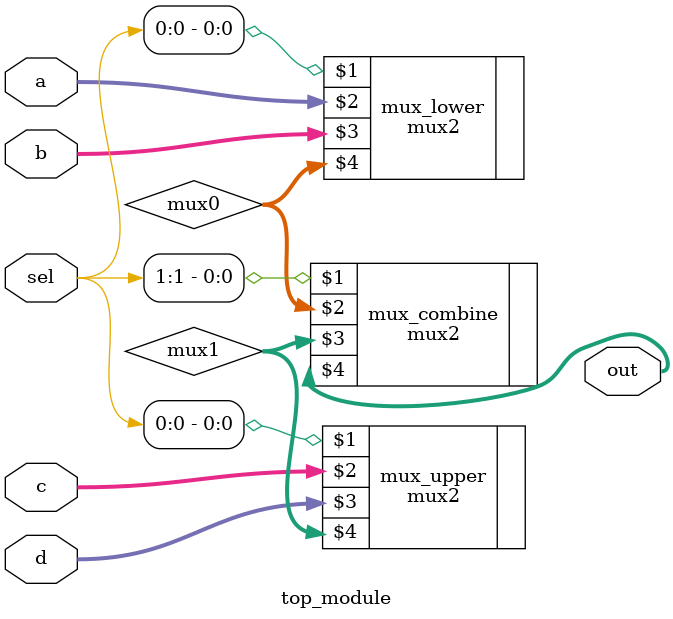
<source format=v>
module top_module (
    input [1:0] sel,
    input [7:0] a,
    input [7:0] b,
    input [7:0] c,
    input [7:0] d,
    output [7:0] out  ); //

    wire [7:0] mux0, mux1;
    mux2 mux_lower ( sel[0],    a,    b, mux0 );
    mux2 mux_upper ( sel[0],    c,    d, mux1 );
    mux2 mux_combine ( sel[1], mux0, mux1,  out );

endmodule

</source>
